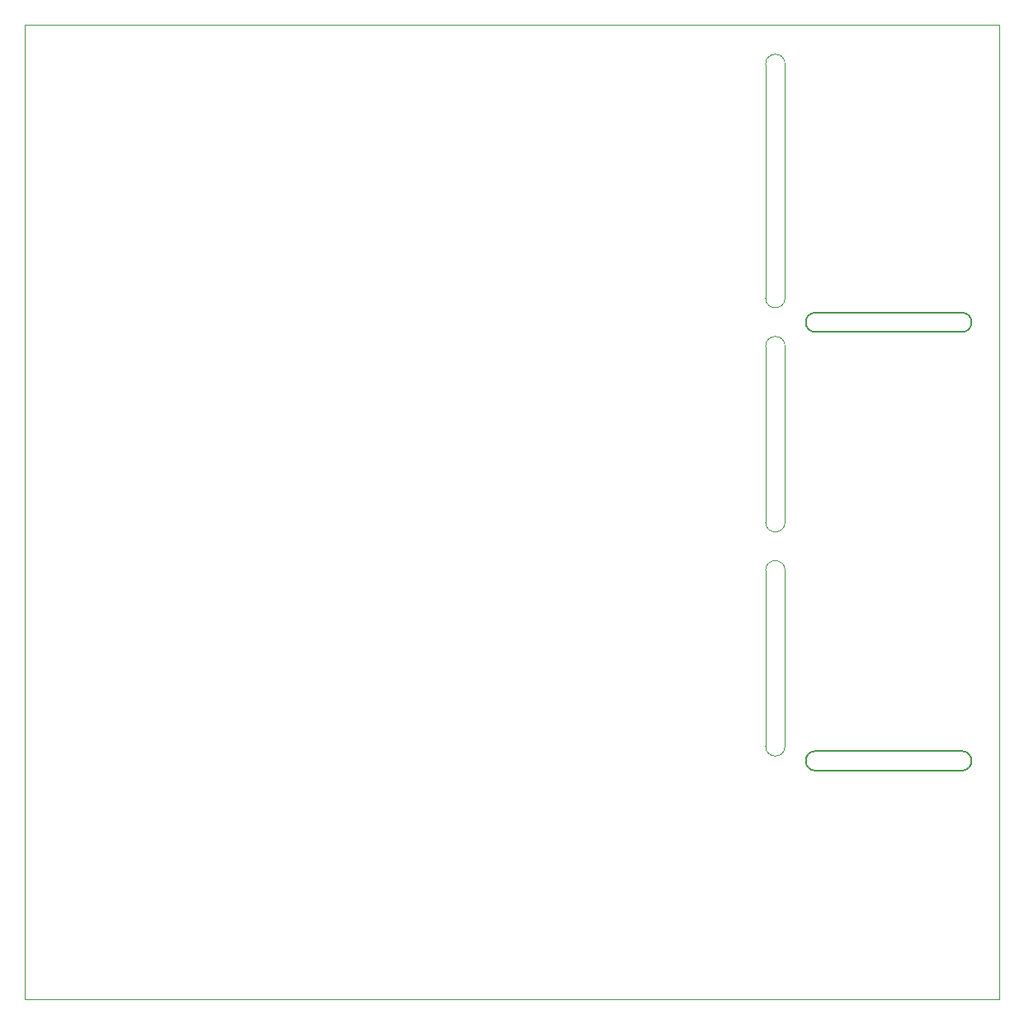
<source format=gm1>
%TF.GenerationSoftware,KiCad,Pcbnew,(5.1.10)-1*%
%TF.CreationDate,2022-09-29T16:57:18+02:00*%
%TF.ProjectId,Arduino Quantizer TK V1,41726475-696e-46f2-9051-75616e74697a,rev?*%
%TF.SameCoordinates,Original*%
%TF.FileFunction,Profile,NP*%
%FSLAX46Y46*%
G04 Gerber Fmt 4.6, Leading zero omitted, Abs format (unit mm)*
G04 Created by KiCad (PCBNEW (5.1.10)-1) date 2022-09-29 16:57:18*
%MOMM*%
%LPD*%
G01*
G04 APERTURE LIST*
%TA.AperFunction,Profile*%
%ADD10C,0.150000*%
%TD*%
%TA.AperFunction,Profile*%
%ADD11C,0.050000*%
%TD*%
G04 APERTURE END LIST*
D10*
X182157100Y-122525400D02*
X197157100Y-122525400D01*
X182157100Y-122525400D02*
G75*
G02*
X182157100Y-120525400I0J1000000D01*
G01*
X197157100Y-120525400D02*
X182157100Y-120525400D01*
X197157100Y-120525400D02*
G75*
G02*
X197157100Y-122525400I0J-1000000D01*
G01*
X182157100Y-77525400D02*
X197157100Y-77525400D01*
X197157100Y-75525400D02*
X182157100Y-75525400D01*
X182157100Y-77525400D02*
G75*
G02*
X182157100Y-75525400I0J1000000D01*
G01*
X197157100Y-75525400D02*
G75*
G02*
X197157100Y-77525400I0J-1000000D01*
G01*
D11*
X179030100Y-120025400D02*
G75*
G02*
X177030100Y-120025400I-1000000J0D01*
G01*
X177029760Y-101981980D02*
X177030100Y-120025400D01*
X179029760Y-101981980D02*
X179030100Y-120025400D01*
X177029760Y-101981980D02*
G75*
G02*
X179029760Y-101981980I1000000J0D01*
G01*
X177029760Y-78981980D02*
G75*
G02*
X179029760Y-78981980I1000000J0D01*
G01*
X179029760Y-78981980D02*
X179030100Y-97025400D01*
X177029760Y-78981980D02*
X177030100Y-97025400D01*
X179030100Y-97025400D02*
G75*
G02*
X177030100Y-97025400I-1000000J0D01*
G01*
X179030100Y-74025400D02*
G75*
G02*
X177030100Y-74025400I-1000000J0D01*
G01*
X177029760Y-50025400D02*
X177030100Y-74025400D01*
X179030100Y-50025400D02*
X179030100Y-74025400D01*
X177029760Y-50025400D02*
G75*
G02*
X179029760Y-50025400I1000000J0D01*
G01*
X101003100Y-145999400D02*
X101003100Y-45999400D01*
X201003100Y-145999400D02*
X101003100Y-145999400D01*
X201003100Y-45999400D02*
X201003100Y-145999400D01*
X101003100Y-45999400D02*
X201003100Y-45999400D01*
M02*

</source>
